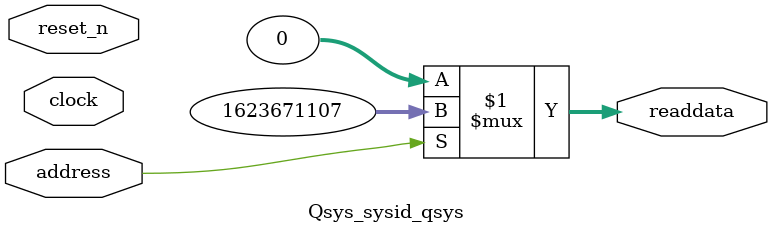
<source format=v>



// synthesis translate_off
`timescale 1ns / 1ps
// synthesis translate_on

// turn off superfluous verilog processor warnings 
// altera message_level Level1 
// altera message_off 10034 10035 10036 10037 10230 10240 10030 

module Qsys_sysid_qsys (
               // inputs:
                address,
                clock,
                reset_n,

               // outputs:
                readdata
             )
;

  output  [ 31: 0] readdata;
  input            address;
  input            clock;
  input            reset_n;

  wire    [ 31: 0] readdata;
  //control_slave, which is an e_avalon_slave
  assign readdata = address ? 1623671107 : 0;

endmodule



</source>
